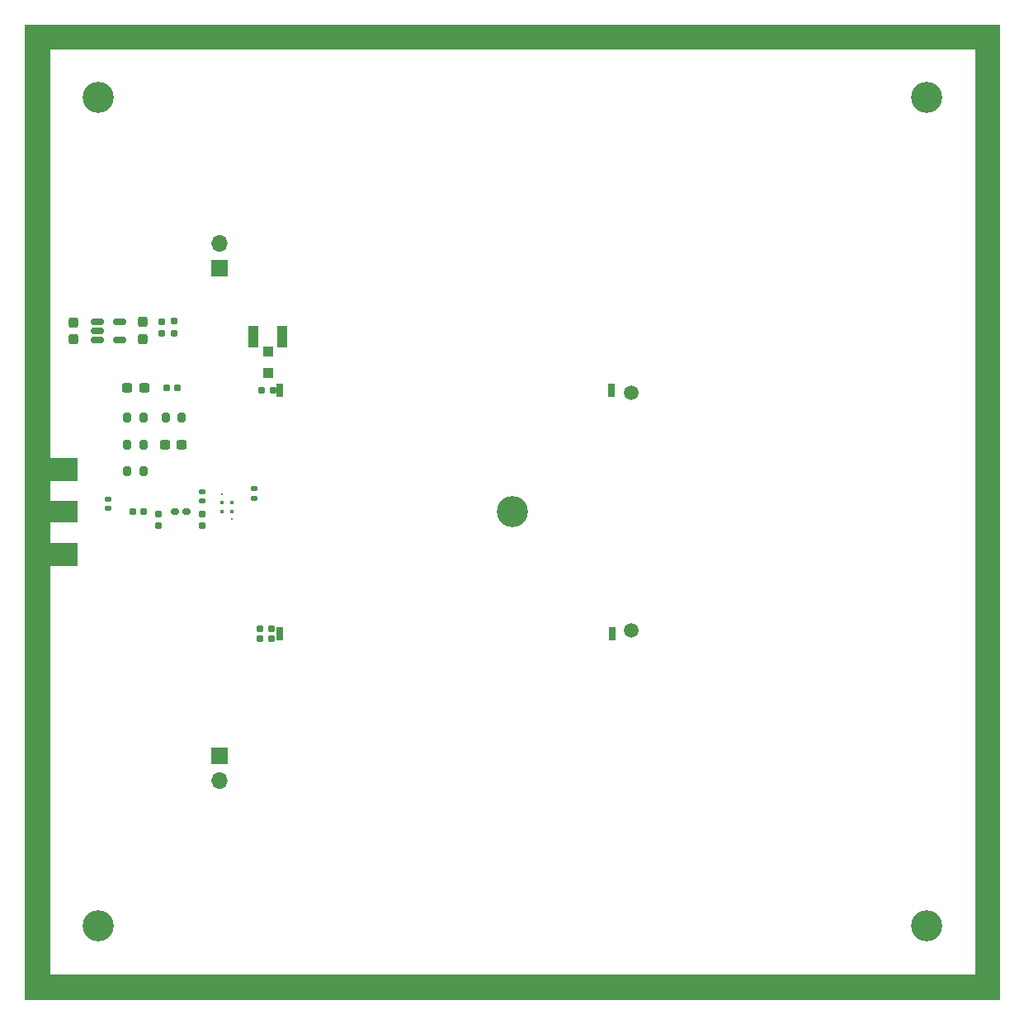
<source format=gts>
G04 #@! TF.GenerationSoftware,KiCad,Pcbnew,(6.0.6-0)*
G04 #@! TF.CreationDate,2023-01-21T18:46:12+00:00*
G04 #@! TF.ProjectId,gnss_antenna_pcb,676e7373-5f61-46e7-9465-6e6e615f7063,rev?*
G04 #@! TF.SameCoordinates,Original*
G04 #@! TF.FileFunction,Soldermask,Top*
G04 #@! TF.FilePolarity,Negative*
%FSLAX46Y46*%
G04 Gerber Fmt 4.6, Leading zero omitted, Abs format (unit mm)*
G04 Created by KiCad (PCBNEW (6.0.6-0)) date 2023-01-21 18:46:12*
%MOMM*%
%LPD*%
G01*
G04 APERTURE LIST*
G04 Aperture macros list*
%AMRoundRect*
0 Rectangle with rounded corners*
0 $1 Rounding radius*
0 $2 $3 $4 $5 $6 $7 $8 $9 X,Y pos of 4 corners*
0 Add a 4 corners polygon primitive as box body*
4,1,4,$2,$3,$4,$5,$6,$7,$8,$9,$2,$3,0*
0 Add four circle primitives for the rounded corners*
1,1,$1+$1,$2,$3*
1,1,$1+$1,$4,$5*
1,1,$1+$1,$6,$7*
1,1,$1+$1,$8,$9*
0 Add four rect primitives between the rounded corners*
20,1,$1+$1,$2,$3,$4,$5,0*
20,1,$1+$1,$4,$5,$6,$7,0*
20,1,$1+$1,$6,$7,$8,$9,0*
20,1,$1+$1,$8,$9,$2,$3,0*%
G04 Aperture macros list end*
%ADD10C,0.100000*%
%ADD11C,3.200000*%
%ADD12RoundRect,0.200000X0.200000X0.275000X-0.200000X0.275000X-0.200000X-0.275000X0.200000X-0.275000X0*%
%ADD13RoundRect,0.155000X0.212500X0.155000X-0.212500X0.155000X-0.212500X-0.155000X0.212500X-0.155000X0*%
%ADD14RoundRect,0.160000X0.160000X-0.197500X0.160000X0.197500X-0.160000X0.197500X-0.160000X-0.197500X0*%
%ADD15RoundRect,0.150000X-0.512500X-0.150000X0.512500X-0.150000X0.512500X0.150000X-0.512500X0.150000X0*%
%ADD16R,0.350000X0.450000*%
%ADD17C,1.500000*%
%ADD18RoundRect,0.237500X-0.237500X0.300000X-0.237500X-0.300000X0.237500X-0.300000X0.237500X0.300000X0*%
%ADD19RoundRect,0.160000X0.222500X0.160000X-0.222500X0.160000X-0.222500X-0.160000X0.222500X-0.160000X0*%
%ADD20R,0.800000X1.360000*%
%ADD21RoundRect,0.160000X-0.197500X-0.160000X0.197500X-0.160000X0.197500X0.160000X-0.197500X0.160000X0*%
%ADD22RoundRect,0.237500X-0.300000X-0.237500X0.300000X-0.237500X0.300000X0.237500X-0.300000X0.237500X0*%
%ADD23RoundRect,0.160000X-0.160000X0.197500X-0.160000X-0.197500X0.160000X-0.197500X0.160000X0.197500X0*%
%ADD24RoundRect,0.147500X-0.172500X0.147500X-0.172500X-0.147500X0.172500X-0.147500X0.172500X0.147500X0*%
%ADD25R,5.080000X2.290000*%
%ADD26R,5.080000X2.420000*%
%ADD27R,0.200000X0.100000*%
%ADD28C,0.300000*%
%ADD29R,1.700000X1.700000*%
%ADD30O,1.700000X1.700000*%
%ADD31R,1.000000X1.050000*%
%ADD32R,1.050000X2.200000*%
%ADD33R,1.000000X1.000000*%
%ADD34RoundRect,0.155000X-0.212500X-0.155000X0.212500X-0.155000X0.212500X0.155000X-0.212500X0.155000X0*%
%ADD35RoundRect,0.200000X-0.200000X-0.275000X0.200000X-0.275000X0.200000X0.275000X-0.200000X0.275000X0*%
G04 APERTURE END LIST*
D10*
X50000000Y-50000000D02*
X52500000Y-50000000D01*
X52500000Y-50000000D02*
X52500000Y-150000000D01*
X52500000Y-150000000D02*
X50000000Y-150000000D01*
X50000000Y-150000000D02*
X50000000Y-50000000D01*
G36*
X50000000Y-50000000D02*
G01*
X52500000Y-50000000D01*
X52500000Y-150000000D01*
X50000000Y-150000000D01*
X50000000Y-50000000D01*
G37*
X147500000Y-50000000D02*
X150000000Y-50000000D01*
X150000000Y-50000000D02*
X150000000Y-150000000D01*
X150000000Y-150000000D02*
X147500000Y-150000000D01*
X147500000Y-150000000D02*
X147500000Y-50000000D01*
G36*
X147500000Y-50000000D02*
G01*
X150000000Y-50000000D01*
X150000000Y-150000000D01*
X147500000Y-150000000D01*
X147500000Y-50000000D01*
G37*
X50000000Y-150000000D02*
X150000000Y-150000000D01*
X150000000Y-150000000D02*
X150000000Y-147500000D01*
X150000000Y-147500000D02*
X50000000Y-147500000D01*
X50000000Y-147500000D02*
X50000000Y-150000000D01*
G36*
X50000000Y-150000000D02*
G01*
X150000000Y-150000000D01*
X150000000Y-147500000D01*
X50000000Y-147500000D01*
X50000000Y-150000000D01*
G37*
X50000000Y-52500000D02*
X150000000Y-52500000D01*
X150000000Y-52500000D02*
X150000000Y-50000000D01*
X150000000Y-50000000D02*
X50000000Y-50000000D01*
X50000000Y-50000000D02*
X50000000Y-52500000D01*
G36*
X50000000Y-52500000D02*
G01*
X150000000Y-52500000D01*
X150000000Y-50000000D01*
X50000000Y-50000000D01*
X50000000Y-52500000D01*
G37*
D11*
X142500000Y-142500000D03*
D12*
X62150000Y-90300000D03*
X60500000Y-90300000D03*
D13*
X75442500Y-87500000D03*
X74307500Y-87500000D03*
D14*
X68150000Y-101422500D03*
X68150000Y-100227500D03*
D15*
X57437500Y-80500000D03*
X57437500Y-81450000D03*
X57437500Y-82400000D03*
X59712500Y-82400000D03*
X59712500Y-80500000D03*
D16*
X71200000Y-99037500D03*
X70200000Y-99037500D03*
X70200000Y-99937500D03*
X71200000Y-99937500D03*
D17*
X112197592Y-112197592D03*
X112197592Y-87802408D03*
D11*
X100000000Y-100000000D03*
D18*
X54950000Y-80562500D03*
X54950000Y-82287500D03*
D14*
X64050000Y-81672500D03*
X64050000Y-80477500D03*
D11*
X142500000Y-57500000D03*
D19*
X66572500Y-100000000D03*
X65427500Y-100000000D03*
D20*
X110275000Y-112500000D03*
X110225000Y-87500000D03*
X76175000Y-112500000D03*
X76175000Y-87500000D03*
D21*
X74127500Y-112975000D03*
X75322500Y-112975000D03*
D22*
X64387500Y-93100000D03*
X66112500Y-93100000D03*
D23*
X65275000Y-80452500D03*
X65275000Y-81647500D03*
D12*
X62150000Y-93150000D03*
X60500000Y-93150000D03*
D11*
X57500000Y-57500000D03*
D24*
X73550000Y-97640000D03*
X73550000Y-98610000D03*
D25*
X52880000Y-100000000D03*
D26*
X52880000Y-104380000D03*
X52880000Y-95620000D03*
D12*
X66075000Y-90300000D03*
X64425000Y-90300000D03*
D14*
X63675000Y-101422500D03*
X63675000Y-100227500D03*
D27*
X70200000Y-98787500D03*
D28*
X70200000Y-98237500D03*
D29*
X70000000Y-125000000D03*
D30*
X70000000Y-127540000D03*
D11*
X57500000Y-142500000D03*
D29*
X70000000Y-75000000D03*
D30*
X70000000Y-72460000D03*
D31*
X74950000Y-83575000D03*
D32*
X73475000Y-82050000D03*
X76425000Y-82050000D03*
D33*
X74950000Y-85750000D03*
D34*
X64532500Y-87275000D03*
X65667500Y-87275000D03*
D13*
X62217500Y-100000000D03*
X61082500Y-100000000D03*
D24*
X68150000Y-97915000D03*
X68150000Y-98885000D03*
D35*
X60500000Y-95850000D03*
X62150000Y-95850000D03*
D24*
X58500000Y-98665000D03*
X58500000Y-99635000D03*
D22*
X60512500Y-87300000D03*
X62237500Y-87300000D03*
D18*
X62125000Y-80525000D03*
X62125000Y-82250000D03*
D21*
X74127500Y-111975000D03*
X75322500Y-111975000D03*
D27*
X71200000Y-100187500D03*
D28*
X71200000Y-100737500D03*
M02*

</source>
